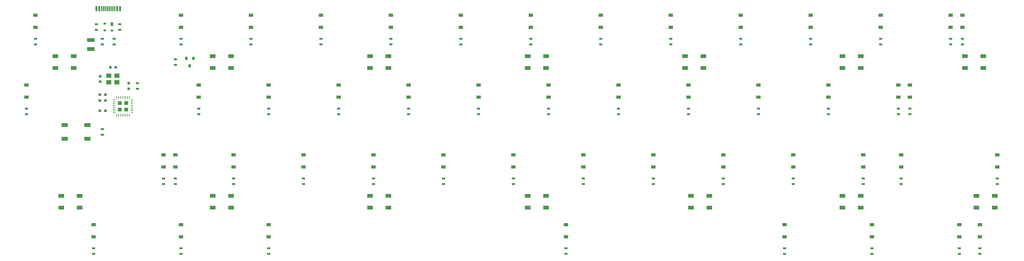
<source format=gbp>
G04 #@! TF.GenerationSoftware,KiCad,Pcbnew,(5.1.2)-1*
G04 #@! TF.CreationDate,2019-05-24T19:58:43-07:00*
G04 #@! TF.ProjectId,Voyager50,566f7961-6765-4723-9530-2e6b69636164,rev?*
G04 #@! TF.SameCoordinates,Original*
G04 #@! TF.FileFunction,Paste,Bot*
G04 #@! TF.FilePolarity,Positive*
%FSLAX46Y46*%
G04 Gerber Fmt 4.6, Leading zero omitted, Abs format (unit mm)*
G04 Created by KiCad (PCBNEW (5.1.2)-1) date 2019-05-24 19:58:43*
%MOMM*%
%LPD*%
G04 APERTURE LIST*
%ADD10R,1.600000X1.000000*%
%ADD11R,0.250000X0.700000*%
%ADD12R,0.700000X0.250000*%
%ADD13R,1.035000X1.035000*%
%ADD14R,0.900000X0.500000*%
%ADD15R,1.800000X1.100000*%
%ADD16R,1.200000X0.900000*%
%ADD17R,0.800000X0.750000*%
%ADD18R,0.750000X0.800000*%
%ADD19R,2.030000X1.140000*%
%ADD20R,0.800000X0.900000*%
%ADD21R,0.700000X1.000000*%
%ADD22R,0.700000X0.600000*%
%ADD23R,0.300000X1.450000*%
%ADD24R,0.600000X1.450000*%
%ADD25R,1.400000X1.200000*%
G04 APERTURE END LIST*
D10*
X51712500Y-85712500D03*
X51712500Y-88912500D03*
X46712500Y-85712500D03*
X46712500Y-88912500D03*
X297775000Y-47612500D03*
X297775000Y-50812500D03*
X292775000Y-47612500D03*
X292775000Y-50812500D03*
D11*
X61813500Y-58909250D03*
X62313500Y-58909250D03*
X62813500Y-58909250D03*
X63313500Y-58909250D03*
X63813500Y-58909250D03*
X64313500Y-58909250D03*
X64813500Y-58909250D03*
X65313500Y-58909250D03*
D12*
X65963500Y-59559250D03*
X65963500Y-60059250D03*
X65963500Y-60559250D03*
X65963500Y-61059250D03*
X65963500Y-61559250D03*
X65963500Y-62059250D03*
X65963500Y-62559250D03*
X65963500Y-63059250D03*
D11*
X65313500Y-63709250D03*
X64813500Y-63709250D03*
X64313500Y-63709250D03*
X63813500Y-63709250D03*
X63313500Y-63709250D03*
X62813500Y-63709250D03*
X62313500Y-63709250D03*
X61813500Y-63709250D03*
D12*
X61163500Y-63059250D03*
X61163500Y-62559250D03*
X61163500Y-62059250D03*
X61163500Y-61559250D03*
X61163500Y-61059250D03*
X61163500Y-60559250D03*
X61163500Y-60059250D03*
X61163500Y-59559250D03*
D13*
X64426000Y-62171750D03*
X62701000Y-62171750D03*
X64426000Y-60446750D03*
X62701000Y-60446750D03*
D14*
X62706250Y-40437500D03*
X62706250Y-38937500D03*
X56356250Y-40437500D03*
X56356250Y-38937500D03*
X103187500Y-101556250D03*
X103187500Y-100056250D03*
X67532250Y-55003000D03*
X67532250Y-56503000D03*
X57943750Y-69012500D03*
X57943750Y-67512500D03*
X77787500Y-48462500D03*
X77787500Y-49962500D03*
X61118750Y-44406250D03*
X61118750Y-42906250D03*
X57943750Y-44406250D03*
X57943750Y-42906250D03*
X296862500Y-101556250D03*
X296862500Y-100056250D03*
X243681250Y-101556250D03*
X243681250Y-100056250D03*
X184150000Y-101556250D03*
X184150000Y-100056250D03*
X79375000Y-101556250D03*
X79375000Y-100056250D03*
X55562500Y-101556250D03*
X55562500Y-100056250D03*
X301625000Y-82506250D03*
X301625000Y-81006250D03*
X246062500Y-82506250D03*
X246062500Y-81006250D03*
X227012500Y-82506250D03*
X227012500Y-81006250D03*
X207962500Y-82506250D03*
X207962500Y-81006250D03*
X188912500Y-82506250D03*
X188912500Y-81006250D03*
X169862500Y-82506250D03*
X169862500Y-81006250D03*
X150812500Y-82506250D03*
X150812500Y-81006250D03*
X131762500Y-82506250D03*
X131762500Y-81006250D03*
X112712500Y-82506250D03*
X112712500Y-81006250D03*
X93662500Y-82506250D03*
X93662500Y-81006250D03*
X77787500Y-82506250D03*
X77787500Y-81006250D03*
X74612500Y-82506250D03*
X74612500Y-81006250D03*
X277812500Y-63456250D03*
X277812500Y-61956250D03*
X255587500Y-63456250D03*
X255587500Y-61956250D03*
X236537500Y-63456250D03*
X236537500Y-61956250D03*
X217487500Y-63456250D03*
X217487500Y-61956250D03*
X198437500Y-63456250D03*
X198437500Y-61956250D03*
X179387500Y-63456250D03*
X179387500Y-61956250D03*
X160337500Y-63456250D03*
X160337500Y-61956250D03*
X141287500Y-63456250D03*
X141287500Y-61956250D03*
X122237500Y-63456250D03*
X122237500Y-61956250D03*
X103187500Y-63456250D03*
X103187500Y-61956250D03*
X84137500Y-63456250D03*
X84137500Y-61956250D03*
X37306250Y-63456250D03*
X37306250Y-61956250D03*
X292100000Y-44406250D03*
X292100000Y-42906250D03*
X250825000Y-44406250D03*
X250825000Y-42906250D03*
X231775000Y-44406250D03*
X231775000Y-42906250D03*
X212725000Y-44406250D03*
X212725000Y-42906250D03*
X193675000Y-44406250D03*
X193675000Y-42906250D03*
X174625000Y-44406250D03*
X174625000Y-42906250D03*
X155575000Y-44406250D03*
X155575000Y-42906250D03*
X136525000Y-44406250D03*
X136525000Y-42906250D03*
X117475000Y-44406250D03*
X117475000Y-42906250D03*
X98425000Y-44406250D03*
X98425000Y-42906250D03*
X79375000Y-44406250D03*
X79375000Y-42906250D03*
X39687500Y-44406250D03*
X39687500Y-42906250D03*
X291306250Y-101556250D03*
X291306250Y-100056250D03*
X275431250Y-82506250D03*
X275431250Y-81006250D03*
X288925000Y-44406250D03*
X288925000Y-42906250D03*
X267493750Y-101556250D03*
X267493750Y-100056250D03*
X265112500Y-82506250D03*
X265112500Y-81006250D03*
X274637500Y-63456250D03*
X274637500Y-61956250D03*
X269875000Y-44406250D03*
X269875000Y-42906250D03*
D15*
X47700000Y-70112500D03*
X53900000Y-66412500D03*
X47700000Y-66412500D03*
X53900000Y-70112500D03*
D16*
X291306250Y-96900000D03*
X291306250Y-93600000D03*
X275431250Y-77850000D03*
X275431250Y-74550000D03*
X288925000Y-39750000D03*
X288925000Y-36450000D03*
X267493750Y-96900000D03*
X267493750Y-93600000D03*
X265112500Y-77850000D03*
X265112500Y-74550000D03*
X274637500Y-58800000D03*
X274637500Y-55500000D03*
X269875000Y-39750000D03*
X269875000Y-36450000D03*
D17*
X58757250Y-58134250D03*
X57257250Y-58134250D03*
X57257250Y-59721750D03*
X58757250Y-59721750D03*
D18*
X65151000Y-56503000D03*
X65151000Y-55003000D03*
D17*
X58757250Y-62484000D03*
X57257250Y-62484000D03*
D18*
X57372250Y-54598000D03*
X57372250Y-53098000D03*
D17*
X61583000Y-50673000D03*
X60083000Y-50673000D03*
D16*
X39687500Y-36450000D03*
X39687500Y-39750000D03*
X79375000Y-39750000D03*
X79375000Y-36450000D03*
X98425000Y-36450000D03*
X98425000Y-39750000D03*
X117475000Y-36450000D03*
X117475000Y-39750000D03*
X136525000Y-36450000D03*
X136525000Y-39750000D03*
X155575000Y-39750000D03*
X155575000Y-36450000D03*
X174625000Y-36450000D03*
X174625000Y-39750000D03*
X193675000Y-36450000D03*
X193675000Y-39750000D03*
X212725000Y-39750000D03*
X212725000Y-36450000D03*
X231775000Y-39750000D03*
X231775000Y-36450000D03*
X250825000Y-39750000D03*
X250825000Y-36450000D03*
X292100000Y-36450000D03*
X292100000Y-39750000D03*
X37306250Y-58800000D03*
X37306250Y-55500000D03*
X84137500Y-58800000D03*
X84137500Y-55500000D03*
X103187500Y-55500000D03*
X103187500Y-58800000D03*
X122237500Y-55500000D03*
X122237500Y-58800000D03*
X141287500Y-58800000D03*
X141287500Y-55500000D03*
X160337500Y-58800000D03*
X160337500Y-55500000D03*
X179387500Y-58800000D03*
X179387500Y-55500000D03*
X198437500Y-55500000D03*
X198437500Y-58800000D03*
X217487500Y-58800000D03*
X217487500Y-55500000D03*
X236537500Y-58800000D03*
X236537500Y-55500000D03*
X255587500Y-58800000D03*
X255587500Y-55500000D03*
X277812500Y-58800000D03*
X277812500Y-55500000D03*
X74612500Y-74550000D03*
X74612500Y-77850000D03*
X77787500Y-74550000D03*
X77787500Y-77850000D03*
X93662500Y-77850000D03*
X93662500Y-74550000D03*
X112712500Y-74550000D03*
X112712500Y-77850000D03*
X131762500Y-77850000D03*
X131762500Y-74550000D03*
X150812500Y-74550000D03*
X150812500Y-77850000D03*
X169862500Y-77850000D03*
X169862500Y-74550000D03*
X188912500Y-74550000D03*
X188912500Y-77850000D03*
X207962500Y-74550000D03*
X207962500Y-77850000D03*
X227012500Y-74550000D03*
X227012500Y-77850000D03*
X246062500Y-74550000D03*
X246062500Y-77850000D03*
X301625000Y-74550000D03*
X301625000Y-77850000D03*
X55562500Y-96900000D03*
X55562500Y-93600000D03*
X79375000Y-93600000D03*
X79375000Y-96900000D03*
X184150000Y-93600000D03*
X184150000Y-96900000D03*
X243681250Y-93600000D03*
X243681250Y-96900000D03*
X296862500Y-96900000D03*
X296862500Y-93600000D03*
X103187500Y-96900000D03*
X103187500Y-93600000D03*
D19*
X54768750Y-43250000D03*
X54768750Y-45650000D03*
D20*
X81756250Y-50212500D03*
X82706250Y-48212500D03*
X80806250Y-48212500D03*
D21*
X60563000Y-38905750D03*
D22*
X58563000Y-38705750D03*
X60563000Y-40605750D03*
X58563000Y-40605750D03*
D23*
X59281250Y-34682500D03*
X59781250Y-34682500D03*
X60281250Y-34682500D03*
X58781250Y-34682500D03*
X60781250Y-34682500D03*
X58281250Y-34682500D03*
X61281250Y-34682500D03*
X57781250Y-34682500D03*
D24*
X57081250Y-34682500D03*
X61981250Y-34682500D03*
X56306250Y-34682500D03*
X62756250Y-34682500D03*
D25*
X59733000Y-54698000D03*
X61933000Y-54698000D03*
X61933000Y-52998000D03*
X59733000Y-52998000D03*
D10*
X45125000Y-50812500D03*
X45125000Y-47612500D03*
X50125000Y-50812500D03*
X50125000Y-47612500D03*
X295950000Y-88912500D03*
X295950000Y-85712500D03*
X300950000Y-88912500D03*
X300950000Y-85712500D03*
X87987500Y-50812500D03*
X87987500Y-47612500D03*
X92987500Y-50812500D03*
X92987500Y-47612500D03*
X264437500Y-85712500D03*
X264437500Y-88912500D03*
X259437500Y-85712500D03*
X259437500Y-88912500D03*
X130850000Y-50812500D03*
X130850000Y-47612500D03*
X135850000Y-50812500D03*
X135850000Y-47612500D03*
X223162500Y-85712500D03*
X223162500Y-88912500D03*
X218162500Y-85712500D03*
X218162500Y-88912500D03*
X178712500Y-47612500D03*
X178712500Y-50812500D03*
X173712500Y-47612500D03*
X173712500Y-50812500D03*
X178712500Y-85712500D03*
X178712500Y-88912500D03*
X173712500Y-85712500D03*
X173712500Y-88912500D03*
X216575000Y-50812500D03*
X216575000Y-47612500D03*
X221575000Y-50812500D03*
X221575000Y-47612500D03*
X130850000Y-88912500D03*
X130850000Y-85712500D03*
X135850000Y-88912500D03*
X135850000Y-85712500D03*
X264437500Y-47612500D03*
X264437500Y-50812500D03*
X259437500Y-47612500D03*
X259437500Y-50812500D03*
X92987500Y-85712500D03*
X92987500Y-88912500D03*
X87987500Y-85712500D03*
X87987500Y-88912500D03*
M02*

</source>
